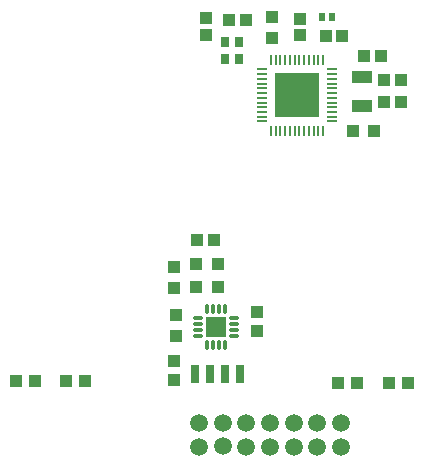
<source format=gbp>
G04 #@! TF.GenerationSoftware,KiCad,Pcbnew,5.1.5-52549c5~84~ubuntu18.04.1*
G04 #@! TF.CreationDate,2020-02-14T10:24:02+02:00*
G04 #@! TF.ProjectId,Touch_Switch_2ch,546f7563-685f-4537-9769-7463685f3263,rev?*
G04 #@! TF.SameCoordinates,Original*
G04 #@! TF.FileFunction,Paste,Bot*
G04 #@! TF.FilePolarity,Positive*
%FSLAX46Y46*%
G04 Gerber Fmt 4.6, Leading zero omitted, Abs format (unit mm)*
G04 Created by KiCad (PCBNEW 5.1.5-52549c5~84~ubuntu18.04.1) date 2020-02-14 10:24:02*
%MOMM*%
%LPD*%
G04 APERTURE LIST*
%ADD10R,1.100000X1.000000*%
%ADD11R,1.000000X1.100000*%
%ADD12R,0.635000X1.524000*%
%ADD13O,0.850000X0.280000*%
%ADD14O,0.280000X0.850000*%
%ADD15R,1.700000X1.700000*%
%ADD16R,3.800000X3.800000*%
%ADD17O,0.220000X1.000000*%
%ADD18O,1.000000X0.220000*%
%ADD19R,0.600000X0.650000*%
%ADD20R,1.800000X1.000000*%
%ADD21C,1.500000*%
%ADD22R,0.800000X0.900000*%
G04 APERTURE END LIST*
D10*
X89789000Y-56758000D03*
X89789000Y-58558000D03*
D11*
X93483000Y-56515000D03*
X91683000Y-56515000D03*
D12*
X95377000Y-65786000D03*
X94107000Y-65786000D03*
X92837000Y-65786000D03*
X91567000Y-65786000D03*
D13*
X91845000Y-62599000D03*
X91845000Y-62099000D03*
X91845000Y-61599000D03*
X91845000Y-61099000D03*
D14*
X92595000Y-60349000D03*
X93095000Y-60349000D03*
X93595000Y-60349000D03*
X94095000Y-60349000D03*
D13*
X94845000Y-61099000D03*
X94845000Y-61599000D03*
X94845000Y-62099000D03*
X94845000Y-62599000D03*
D14*
X94095000Y-63349000D03*
X93595000Y-63349000D03*
X93095000Y-63349000D03*
X92595000Y-63349000D03*
D15*
X93345000Y-61849000D03*
D10*
X89916000Y-60822000D03*
X89916000Y-62622000D03*
D11*
X93483000Y-58420000D03*
X91683000Y-58420000D03*
X93156000Y-54483000D03*
X91756000Y-54483000D03*
X80633000Y-66421000D03*
X82233000Y-66421000D03*
D10*
X89789000Y-64732000D03*
X89789000Y-66332000D03*
D11*
X78012000Y-66421000D03*
X76412000Y-66421000D03*
X103681000Y-66548000D03*
X105281000Y-66548000D03*
X107989000Y-66548000D03*
X109589000Y-66548000D03*
D10*
X96774000Y-62141000D03*
X96774000Y-60541000D03*
D16*
X100205000Y-42227000D03*
D17*
X102404000Y-45228000D03*
X102006000Y-45228000D03*
X101607000Y-45228000D03*
X101205000Y-45228000D03*
X100807000Y-45228000D03*
X100405000Y-45228000D03*
X100007000Y-45228000D03*
X99605000Y-45228000D03*
X99206000Y-45228000D03*
X98805000Y-45228000D03*
X98406000Y-45228000D03*
X98005000Y-45228000D03*
X98005000Y-39228000D03*
X98406000Y-39228000D03*
X98805000Y-39228000D03*
X99206000Y-39228000D03*
X99605000Y-39228000D03*
X100007000Y-39228000D03*
X100405000Y-39228000D03*
X100807000Y-39228000D03*
X101205000Y-39228000D03*
X101607000Y-39228000D03*
X102006000Y-39228000D03*
X102404000Y-39228000D03*
D18*
X97206000Y-40027000D03*
X97206000Y-40428000D03*
X97206000Y-40827000D03*
X97206000Y-41228000D03*
X97206000Y-41627000D03*
X97206000Y-42029000D03*
X97206000Y-42427000D03*
X97206000Y-42829000D03*
X97206000Y-43227000D03*
X97206000Y-43629000D03*
X97206000Y-44028000D03*
X97206000Y-44429000D03*
X103206000Y-44429000D03*
X103206000Y-44028000D03*
X103206000Y-43629000D03*
X103206000Y-43227000D03*
X103206000Y-42829000D03*
X103206000Y-42427000D03*
X103206000Y-42029000D03*
X103206000Y-41627000D03*
X103206000Y-41228000D03*
X103206000Y-40827000D03*
X103206000Y-40428000D03*
X103206000Y-40027000D03*
D10*
X98044000Y-37360000D03*
X98044000Y-35560000D03*
D11*
X106702000Y-45212000D03*
X104902000Y-45212000D03*
X95885000Y-35814000D03*
X94485000Y-35814000D03*
D10*
X92456000Y-37087000D03*
X92456000Y-35687000D03*
D11*
X108966000Y-42799000D03*
X107566000Y-42799000D03*
X108969000Y-40894000D03*
X107569000Y-40894000D03*
X105915000Y-38862000D03*
X107315000Y-38862000D03*
D10*
X100457000Y-37149000D03*
X100457000Y-35749000D03*
D11*
X102616000Y-37211000D03*
X104016000Y-37211000D03*
D19*
X102319000Y-35560000D03*
X103167000Y-35560000D03*
D20*
X105664000Y-40660000D03*
X105664000Y-43160000D03*
D21*
X95918000Y-71992000D03*
X95918000Y-69992000D03*
X97918000Y-71992000D03*
X97918000Y-69992000D03*
X99918000Y-71992000D03*
X99918000Y-69992000D03*
X101918000Y-71992000D03*
X101918000Y-69992000D03*
X103918000Y-71992000D03*
X103918000Y-69992000D03*
X93918000Y-71942000D03*
X93918000Y-69992000D03*
X91918000Y-71992000D03*
X91918000Y-69992000D03*
D22*
X95307000Y-39119000D03*
X95307000Y-37719000D03*
X94107000Y-37719000D03*
X94107000Y-39119000D03*
M02*

</source>
